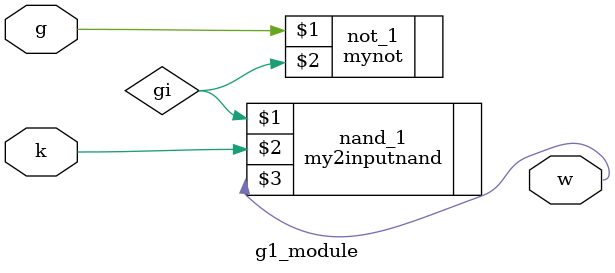
<source format=v>
`timescale 1ns/1ns
module g1_module(input k, g, output w);
	wire gi;
	mynot not_1(g, gi);
	my2inputnand nand_1(gi, k, w);
	
endmodule

</source>
